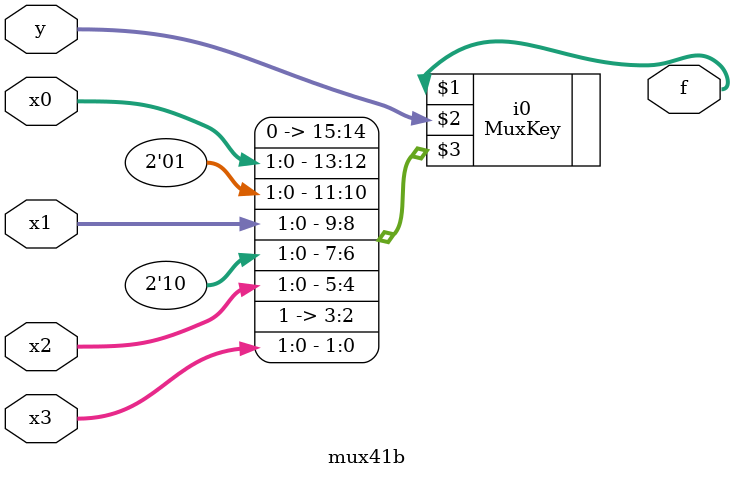
<source format=v>
module mux41b(
	input [1:0] x0,
	input [1:0]	x1,
	input [1:0] x2,
	input [1:0] x3,
	input [1:0] y,
	output [1:0] f
);

	MuxKey #(4, 2, 2) i0(f, y, {
		2'b00, x0,
		2'b01, x1,
		2'b10, x2,
		2'b11, x3
	});

endmodule

</source>
